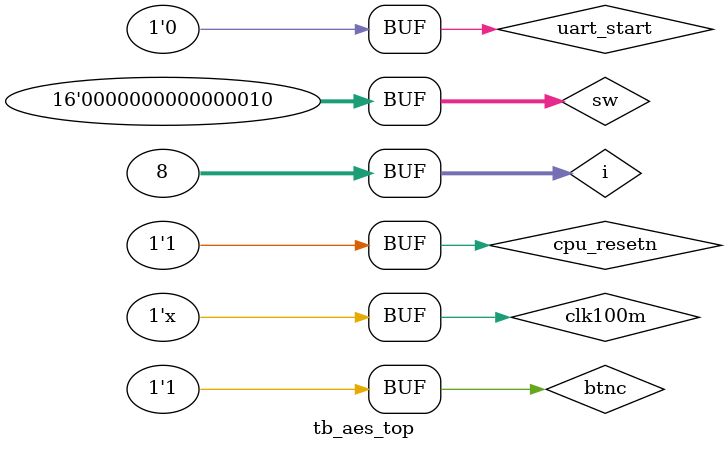
<source format=v>
`timescale 1ns / 1ps

`define AUTOTB_DUT      Cipher
`define AUTOTB_DUT_INST AESL_inst_Cipher
`define AUTOTB_TOP      apatb_Cipher_top
`define AUTOTB_TOP_INST apatb_Cipher_top_inst

module tb_aes_top();

reg cpu_resetn;
reg clk100m; 
reg btnc            ;
reg btnu            ;
reg btnl            ;
reg btnr            ;
reg btnd            ;
reg [15:0] sw       ;
wire [15:0] led      ;
wire uart_txd_in     ;
wire uart_rxd_out    ;
wire uart_rxd_out2   ;
wire [07:0] sseg_ca  ;
wire [07:0] sseg_an ; 

wire uart_busy;
reg uart_busy_d;
wire uart_busy_ne;
reg [09:0] uart_busy_ne_d;
reg uart_start;

reg [07:0] counter_d;

integer i;

always @(posedge clk100m) begin
   if(!cpu_resetn) begin
      counter_d <= 'd0;
   end else begin
      counter_d <= counter_d + 1;
   end
end

initial begin
cpu_resetn = 0;
sw='d0;
uart_start = 0;
clk100m = 0;
btnc = 0;
#1001
cpu_resetn = 0;
#1000
cpu_resetn = 1;
#1000
btnc = 1;
sw = 'd1;

#4000000
btnc = 1;
for(i=0;i<8;i=i+1) begin
#100000
uart_start = 1;
#10
uart_start = 0;
#100000
uart_start = 0;
end
#400
sw = 'h0001;
for(i=0;i<8;i=i+1) begin
#100000
uart_start = 1;
#10
uart_start = 0;
#100000
uart_start = 0;
end
sw = 'h0002;
for(i=0;i<8;i=i+1) begin
#100000
uart_start = 1;
#10
uart_start = 0;
#100000
uart_start = 0;
end
#10
btnc = 1;
#100000
btnc = 1;
#10
btnc = 1;
#4000000
btnc = 1;
sw = 'h0001;
for(i=0;i<8;i=i+1) begin
#100000
uart_start = 1;
#10
uart_start = 0;
#100000
uart_start = 0;
end
sw = 'd2;
#10
btnc = 1;
#100000
btnc = 1;
#10
btnc = 1;
#4000000
btnc = 1;
sw = 'd1;
for(i=0;i<8;i=i+1) begin
#100000
uart_start = 1;
#10
uart_start = 0;
#100000
uart_start = 0;
end
sw = 'd2;
#10
btnc = 1;
#100000
btnc = 1;
end

always
 #5 clk100m = ~clk100m; 

 rotate_fpga u_rotate(
     .CLK100M         (clk100m      ), 
     .BTNC            (!cpu_resetn         ),
     .UART_TXD_IN     (uart_txd_in  ),
     .UART_RXD_OUT    (uart_rxd_out )
   );
   
   /*
   rotate_fpga u_leftrotate2(
       .CLK100MHZ         (clk100m      ), 
       .BTNC            (!cpu_resetn         ),
       .BTNU            (btnu         ),
       .BTNL            (btnl         ),
       .BTNR            (btnr         ),
       .BTND            (btnd         ),
   //ß    .LED             (led          ),
       .UART_TXD_IN     (uart_txd_in  ),
       .UART_RXD_OUT    (uart_rxd_out2 )
     );*/

//wire error = (uart_rxd_out != uart_rxd_out2);
/*

leftrotate_top u_leftrotate(
    .CPU_RESETN      (cpu_resetn   ),
    .CLK100M         (clk100m      ), 
    .BTNC            (btnc         ),
    .BTNU            (btnu         ),
    .BTNL            (btnl         ),
    .BTNR            (btnr         ),
    .BTND            (btnd         ),
    .SW              (sw           ),
    .LED             (led          ),
    .UART_TXD_IN     (uart_txd_in  ),
    .UART_RXD_OUT    (uart_rxd_out ),
    .UART_CTS        (             ),
    .UART_RTS        ('d1          ),
    .SSEG_CA         (sseg_ca      ),
    .SSEG_AN         (sseg_an      ) 
  );
*/
uart_wrapper2 u_uart_wrapper(
    .CLK           (clk100m        ),
    .CPU_RESET     (!cpu_resetn       ),
    .USB_UART_TX   (   ),
    .USB_UART_RX2   (uart_txd_in  ),
    .O_RX_OUT2      (      ), 
    .O_RX_VLD2      (      ),
    .O_FRAME_ERROR2 ( ),
    .I_TX_DATA     (counter_d ),
    .I_TX_START    (uart_start),
    .O_BUSY2        (uart_busy     )
    );  
/*    
always @(posedge ap_clk) begin
      if(!ap_rst) begin
        uart_busy_d <= 'd0;
        for(i=0;i<10;i = i +1) begin
        uart_busy_ne_d[i] <= 'd0;
        end
      end else begin
        uart_busy_d <= uart_busy;
        uart_busy_ne_d[0] <= uart_busy_ne;
        for(i=1;i<10;i=i+1) begin
        uart_busy_ne_d[i] <= uart_busy_ne_d[i-1];
        end
      end
end

assign uart_busy_ne = (uart_busy_d && !uart_busy);*/

endmodule

</source>
